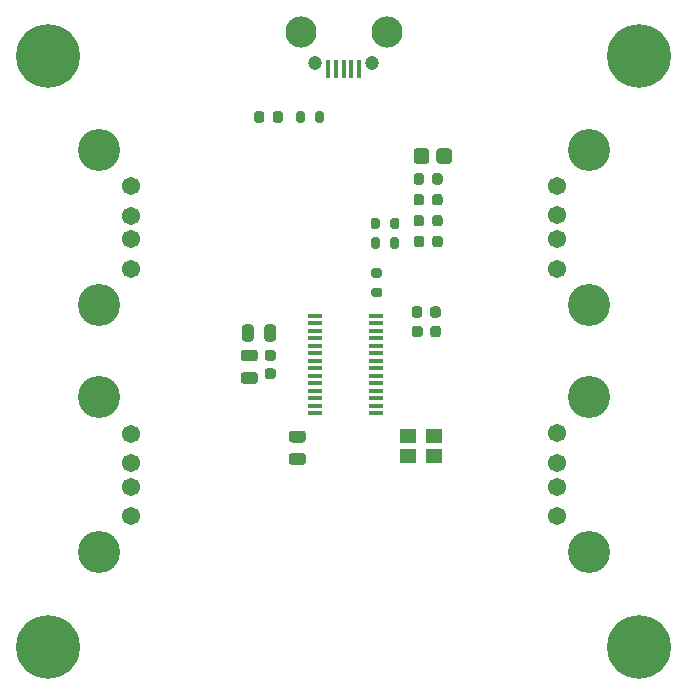
<source format=gbr>
%TF.GenerationSoftware,KiCad,Pcbnew,(5.1.10)-1*%
%TF.CreationDate,2021-08-09T12:49:03+02:00*%
%TF.ProjectId,hub,6875622e-6b69-4636-9164-5f7063625858,rev?*%
%TF.SameCoordinates,Original*%
%TF.FileFunction,Soldermask,Top*%
%TF.FilePolarity,Negative*%
%FSLAX46Y46*%
G04 Gerber Fmt 4.6, Leading zero omitted, Abs format (unit mm)*
G04 Created by KiCad (PCBNEW (5.1.10)-1) date 2021-08-09 12:49:03*
%MOMM*%
%LPD*%
G01*
G04 APERTURE LIST*
%ADD10C,0.800000*%
%ADD11C,5.400000*%
%ADD12C,3.570000*%
%ADD13C,1.545000*%
%ADD14R,1.400000X1.200000*%
%ADD15R,0.400000X1.600000*%
%ADD16C,2.640000*%
%ADD17C,1.200000*%
%ADD18R,1.200000X0.400000*%
G04 APERTURE END LIST*
D10*
%TO.C,H4*%
X190788891Y-53305109D03*
X189357000Y-52712000D03*
X187925109Y-53305109D03*
X187332000Y-54737000D03*
X187925109Y-56168891D03*
X189357000Y-56762000D03*
X190788891Y-56168891D03*
X191382000Y-54737000D03*
D11*
X189357000Y-54737000D03*
%TD*%
D10*
%TO.C,H3*%
X140750891Y-53305109D03*
X139319000Y-52712000D03*
X137887109Y-53305109D03*
X137294000Y-54737000D03*
X137887109Y-56168891D03*
X139319000Y-56762000D03*
X140750891Y-56168891D03*
X141344000Y-54737000D03*
D11*
X139319000Y-54737000D03*
%TD*%
D10*
%TO.C,H2*%
X140750891Y-103343109D03*
X139319000Y-102750000D03*
X137887109Y-103343109D03*
X137294000Y-104775000D03*
X137887109Y-106206891D03*
X139319000Y-106800000D03*
X140750891Y-106206891D03*
X141344000Y-104775000D03*
D11*
X139319000Y-104775000D03*
%TD*%
D10*
%TO.C,H1*%
X190788891Y-103343109D03*
X189357000Y-102750000D03*
X187925109Y-103343109D03*
X187332000Y-104775000D03*
X187925109Y-106206891D03*
X189357000Y-106800000D03*
X190788891Y-106206891D03*
X191382000Y-104775000D03*
D11*
X189357000Y-104775000D03*
%TD*%
D12*
%TO.C,J5*%
X185082000Y-62701000D03*
X185082000Y-75841000D03*
D13*
X182372000Y-65771000D03*
X182372000Y-68271000D03*
X182372000Y-70271000D03*
X182372000Y-72771000D03*
%TD*%
D12*
%TO.C,J4*%
X185082000Y-83656000D03*
X185082000Y-96796000D03*
D13*
X182372000Y-86726000D03*
X182372000Y-89226000D03*
X182372000Y-91226000D03*
X182372000Y-93726000D03*
%TD*%
D12*
%TO.C,J3*%
X143594000Y-96811000D03*
X143594000Y-83671000D03*
D13*
X146304000Y-93741000D03*
X146304000Y-91241000D03*
X146304000Y-89241000D03*
X146304000Y-86741000D03*
%TD*%
D12*
%TO.C,J2*%
X143594000Y-75856000D03*
X143594000Y-62716000D03*
D13*
X146304000Y-72786000D03*
X146304000Y-70286000D03*
X146304000Y-68286000D03*
X146304000Y-65786000D03*
%TD*%
D14*
%TO.C,Y1*%
X171999000Y-88646000D03*
X169799000Y-88646000D03*
X169799000Y-86946000D03*
X171999000Y-86946000D03*
%TD*%
%TO.C,R4*%
G36*
G01*
X168256000Y-70887000D02*
X168256000Y-70337000D01*
G75*
G02*
X168456000Y-70137000I200000J0D01*
G01*
X168856000Y-70137000D01*
G75*
G02*
X169056000Y-70337000I0J-200000D01*
G01*
X169056000Y-70887000D01*
G75*
G02*
X168856000Y-71087000I-200000J0D01*
G01*
X168456000Y-71087000D01*
G75*
G02*
X168256000Y-70887000I0J200000D01*
G01*
G37*
G36*
G01*
X166606000Y-70887000D02*
X166606000Y-70337000D01*
G75*
G02*
X166806000Y-70137000I200000J0D01*
G01*
X167206000Y-70137000D01*
G75*
G02*
X167406000Y-70337000I0J-200000D01*
G01*
X167406000Y-70887000D01*
G75*
G02*
X167206000Y-71087000I-200000J0D01*
G01*
X166806000Y-71087000D01*
G75*
G02*
X166606000Y-70887000I0J200000D01*
G01*
G37*
%TD*%
%TO.C,R3*%
G36*
G01*
X168255000Y-69236000D02*
X168255000Y-68686000D01*
G75*
G02*
X168455000Y-68486000I200000J0D01*
G01*
X168855000Y-68486000D01*
G75*
G02*
X169055000Y-68686000I0J-200000D01*
G01*
X169055000Y-69236000D01*
G75*
G02*
X168855000Y-69436000I-200000J0D01*
G01*
X168455000Y-69436000D01*
G75*
G02*
X168255000Y-69236000I0J200000D01*
G01*
G37*
G36*
G01*
X166605000Y-69236000D02*
X166605000Y-68686000D01*
G75*
G02*
X166805000Y-68486000I200000J0D01*
G01*
X167205000Y-68486000D01*
G75*
G02*
X167405000Y-68686000I0J-200000D01*
G01*
X167405000Y-69236000D01*
G75*
G02*
X167205000Y-69436000I-200000J0D01*
G01*
X166805000Y-69436000D01*
G75*
G02*
X166605000Y-69236000I0J200000D01*
G01*
G37*
%TD*%
%TO.C,R2*%
G36*
G01*
X166857000Y-74403000D02*
X167407000Y-74403000D01*
G75*
G02*
X167607000Y-74603000I0J-200000D01*
G01*
X167607000Y-75003000D01*
G75*
G02*
X167407000Y-75203000I-200000J0D01*
G01*
X166857000Y-75203000D01*
G75*
G02*
X166657000Y-75003000I0J200000D01*
G01*
X166657000Y-74603000D01*
G75*
G02*
X166857000Y-74403000I200000J0D01*
G01*
G37*
G36*
G01*
X166857000Y-72753000D02*
X167407000Y-72753000D01*
G75*
G02*
X167607000Y-72953000I0J-200000D01*
G01*
X167607000Y-73353000D01*
G75*
G02*
X167407000Y-73553000I-200000J0D01*
G01*
X166857000Y-73553000D01*
G75*
G02*
X166657000Y-73353000I0J200000D01*
G01*
X166657000Y-72953000D01*
G75*
G02*
X166857000Y-72753000I200000J0D01*
G01*
G37*
%TD*%
%TO.C,R1*%
G36*
G01*
X161055000Y-59669000D02*
X161055000Y-60219000D01*
G75*
G02*
X160855000Y-60419000I-200000J0D01*
G01*
X160455000Y-60419000D01*
G75*
G02*
X160255000Y-60219000I0J200000D01*
G01*
X160255000Y-59669000D01*
G75*
G02*
X160455000Y-59469000I200000J0D01*
G01*
X160855000Y-59469000D01*
G75*
G02*
X161055000Y-59669000I0J-200000D01*
G01*
G37*
G36*
G01*
X162705000Y-59669000D02*
X162705000Y-60219000D01*
G75*
G02*
X162505000Y-60419000I-200000J0D01*
G01*
X162105000Y-60419000D01*
G75*
G02*
X161905000Y-60219000I0J200000D01*
G01*
X161905000Y-59669000D01*
G75*
G02*
X162105000Y-59469000I200000J0D01*
G01*
X162505000Y-59469000D01*
G75*
G02*
X162705000Y-59669000I0J-200000D01*
G01*
G37*
%TD*%
D15*
%TO.C,J1*%
X165638000Y-55905000D03*
X164988000Y-55905000D03*
X164338000Y-55905000D03*
X163688000Y-55905000D03*
X163038000Y-55905000D03*
D16*
X160713000Y-52705000D03*
X167963000Y-52705000D03*
D17*
X161913000Y-55385000D03*
X166763000Y-55385000D03*
%TD*%
%TO.C,D6*%
G36*
G01*
X172175500Y-63646000D02*
X172175500Y-62846000D01*
G75*
G02*
X172425500Y-62596000I250000J0D01*
G01*
X173250500Y-62596000D01*
G75*
G02*
X173500500Y-62846000I0J-250000D01*
G01*
X173500500Y-63646000D01*
G75*
G02*
X173250500Y-63896000I-250000J0D01*
G01*
X172425500Y-63896000D01*
G75*
G02*
X172175500Y-63646000I0J250000D01*
G01*
G37*
G36*
G01*
X170250500Y-63646000D02*
X170250500Y-62846000D01*
G75*
G02*
X170500500Y-62596000I250000J0D01*
G01*
X171325500Y-62596000D01*
G75*
G02*
X171575500Y-62846000I0J-250000D01*
G01*
X171575500Y-63646000D01*
G75*
G02*
X171325500Y-63896000I-250000J0D01*
G01*
X170500500Y-63896000D01*
G75*
G02*
X170250500Y-63646000I0J250000D01*
G01*
G37*
%TD*%
%TO.C,D5*%
G36*
G01*
X171825500Y-70741250D02*
X171825500Y-70228750D01*
G75*
G02*
X172044250Y-70010000I218750J0D01*
G01*
X172481750Y-70010000D01*
G75*
G02*
X172700500Y-70228750I0J-218750D01*
G01*
X172700500Y-70741250D01*
G75*
G02*
X172481750Y-70960000I-218750J0D01*
G01*
X172044250Y-70960000D01*
G75*
G02*
X171825500Y-70741250I0J218750D01*
G01*
G37*
G36*
G01*
X170250500Y-70741250D02*
X170250500Y-70228750D01*
G75*
G02*
X170469250Y-70010000I218750J0D01*
G01*
X170906750Y-70010000D01*
G75*
G02*
X171125500Y-70228750I0J-218750D01*
G01*
X171125500Y-70741250D01*
G75*
G02*
X170906750Y-70960000I-218750J0D01*
G01*
X170469250Y-70960000D01*
G75*
G02*
X170250500Y-70741250I0J218750D01*
G01*
G37*
%TD*%
%TO.C,D4*%
G36*
G01*
X171825500Y-67209250D02*
X171825500Y-66696750D01*
G75*
G02*
X172044250Y-66478000I218750J0D01*
G01*
X172481750Y-66478000D01*
G75*
G02*
X172700500Y-66696750I0J-218750D01*
G01*
X172700500Y-67209250D01*
G75*
G02*
X172481750Y-67428000I-218750J0D01*
G01*
X172044250Y-67428000D01*
G75*
G02*
X171825500Y-67209250I0J218750D01*
G01*
G37*
G36*
G01*
X170250500Y-67209250D02*
X170250500Y-66696750D01*
G75*
G02*
X170469250Y-66478000I218750J0D01*
G01*
X170906750Y-66478000D01*
G75*
G02*
X171125500Y-66696750I0J-218750D01*
G01*
X171125500Y-67209250D01*
G75*
G02*
X170906750Y-67428000I-218750J0D01*
G01*
X170469250Y-67428000D01*
G75*
G02*
X170250500Y-67209250I0J218750D01*
G01*
G37*
%TD*%
%TO.C,D3*%
G36*
G01*
X171825500Y-68975250D02*
X171825500Y-68462750D01*
G75*
G02*
X172044250Y-68244000I218750J0D01*
G01*
X172481750Y-68244000D01*
G75*
G02*
X172700500Y-68462750I0J-218750D01*
G01*
X172700500Y-68975250D01*
G75*
G02*
X172481750Y-69194000I-218750J0D01*
G01*
X172044250Y-69194000D01*
G75*
G02*
X171825500Y-68975250I0J218750D01*
G01*
G37*
G36*
G01*
X170250500Y-68975250D02*
X170250500Y-68462750D01*
G75*
G02*
X170469250Y-68244000I218750J0D01*
G01*
X170906750Y-68244000D01*
G75*
G02*
X171125500Y-68462750I0J-218750D01*
G01*
X171125500Y-68975250D01*
G75*
G02*
X170906750Y-69194000I-218750J0D01*
G01*
X170469250Y-69194000D01*
G75*
G02*
X170250500Y-68975250I0J218750D01*
G01*
G37*
%TD*%
%TO.C,D2*%
G36*
G01*
X171825500Y-65443250D02*
X171825500Y-64930750D01*
G75*
G02*
X172044250Y-64712000I218750J0D01*
G01*
X172481750Y-64712000D01*
G75*
G02*
X172700500Y-64930750I0J-218750D01*
G01*
X172700500Y-65443250D01*
G75*
G02*
X172481750Y-65662000I-218750J0D01*
G01*
X172044250Y-65662000D01*
G75*
G02*
X171825500Y-65443250I0J218750D01*
G01*
G37*
G36*
G01*
X170250500Y-65443250D02*
X170250500Y-64930750D01*
G75*
G02*
X170469250Y-64712000I218750J0D01*
G01*
X170906750Y-64712000D01*
G75*
G02*
X171125500Y-64930750I0J-218750D01*
G01*
X171125500Y-65443250D01*
G75*
G02*
X170906750Y-65662000I-218750J0D01*
G01*
X170469250Y-65662000D01*
G75*
G02*
X170250500Y-65443250I0J218750D01*
G01*
G37*
%TD*%
%TO.C,D1*%
G36*
G01*
X158312500Y-60200250D02*
X158312500Y-59687750D01*
G75*
G02*
X158531250Y-59469000I218750J0D01*
G01*
X158968750Y-59469000D01*
G75*
G02*
X159187500Y-59687750I0J-218750D01*
G01*
X159187500Y-60200250D01*
G75*
G02*
X158968750Y-60419000I-218750J0D01*
G01*
X158531250Y-60419000D01*
G75*
G02*
X158312500Y-60200250I0J218750D01*
G01*
G37*
G36*
G01*
X156737500Y-60200250D02*
X156737500Y-59687750D01*
G75*
G02*
X156956250Y-59469000I218750J0D01*
G01*
X157393750Y-59469000D01*
G75*
G02*
X157612500Y-59687750I0J-218750D01*
G01*
X157612500Y-60200250D01*
G75*
G02*
X157393750Y-60419000I-218750J0D01*
G01*
X156956250Y-60419000D01*
G75*
G02*
X156737500Y-60200250I0J218750D01*
G01*
G37*
%TD*%
%TO.C,C6*%
G36*
G01*
X159926000Y-88400000D02*
X160876000Y-88400000D01*
G75*
G02*
X161126000Y-88650000I0J-250000D01*
G01*
X161126000Y-89150000D01*
G75*
G02*
X160876000Y-89400000I-250000J0D01*
G01*
X159926000Y-89400000D01*
G75*
G02*
X159676000Y-89150000I0J250000D01*
G01*
X159676000Y-88650000D01*
G75*
G02*
X159926000Y-88400000I250000J0D01*
G01*
G37*
G36*
G01*
X159926000Y-86500000D02*
X160876000Y-86500000D01*
G75*
G02*
X161126000Y-86750000I0J-250000D01*
G01*
X161126000Y-87250000D01*
G75*
G02*
X160876000Y-87500000I-250000J0D01*
G01*
X159926000Y-87500000D01*
G75*
G02*
X159676000Y-87250000I0J250000D01*
G01*
X159676000Y-86750000D01*
G75*
G02*
X159926000Y-86500000I250000J0D01*
G01*
G37*
%TD*%
%TO.C,C5*%
G36*
G01*
X171661000Y-78355000D02*
X171661000Y-77855000D01*
G75*
G02*
X171886000Y-77630000I225000J0D01*
G01*
X172336000Y-77630000D01*
G75*
G02*
X172561000Y-77855000I0J-225000D01*
G01*
X172561000Y-78355000D01*
G75*
G02*
X172336000Y-78580000I-225000J0D01*
G01*
X171886000Y-78580000D01*
G75*
G02*
X171661000Y-78355000I0J225000D01*
G01*
G37*
G36*
G01*
X170111000Y-78355000D02*
X170111000Y-77855000D01*
G75*
G02*
X170336000Y-77630000I225000J0D01*
G01*
X170786000Y-77630000D01*
G75*
G02*
X171011000Y-77855000I0J-225000D01*
G01*
X171011000Y-78355000D01*
G75*
G02*
X170786000Y-78580000I-225000J0D01*
G01*
X170336000Y-78580000D01*
G75*
G02*
X170111000Y-78355000I0J225000D01*
G01*
G37*
%TD*%
%TO.C,C4*%
G36*
G01*
X156710000Y-77757000D02*
X156710000Y-78707000D01*
G75*
G02*
X156460000Y-78957000I-250000J0D01*
G01*
X155960000Y-78957000D01*
G75*
G02*
X155710000Y-78707000I0J250000D01*
G01*
X155710000Y-77757000D01*
G75*
G02*
X155960000Y-77507000I250000J0D01*
G01*
X156460000Y-77507000D01*
G75*
G02*
X156710000Y-77757000I0J-250000D01*
G01*
G37*
G36*
G01*
X158610000Y-77757000D02*
X158610000Y-78707000D01*
G75*
G02*
X158360000Y-78957000I-250000J0D01*
G01*
X157860000Y-78957000D01*
G75*
G02*
X157610000Y-78707000I0J250000D01*
G01*
X157610000Y-77757000D01*
G75*
G02*
X157860000Y-77507000I250000J0D01*
G01*
X158360000Y-77507000D01*
G75*
G02*
X158610000Y-77757000I0J-250000D01*
G01*
G37*
%TD*%
%TO.C,C3*%
G36*
G01*
X171648000Y-76704000D02*
X171648000Y-76204000D01*
G75*
G02*
X171873000Y-75979000I225000J0D01*
G01*
X172323000Y-75979000D01*
G75*
G02*
X172548000Y-76204000I0J-225000D01*
G01*
X172548000Y-76704000D01*
G75*
G02*
X172323000Y-76929000I-225000J0D01*
G01*
X171873000Y-76929000D01*
G75*
G02*
X171648000Y-76704000I0J225000D01*
G01*
G37*
G36*
G01*
X170098000Y-76704000D02*
X170098000Y-76204000D01*
G75*
G02*
X170323000Y-75979000I225000J0D01*
G01*
X170773000Y-75979000D01*
G75*
G02*
X170998000Y-76204000I0J-225000D01*
G01*
X170998000Y-76704000D01*
G75*
G02*
X170773000Y-76929000I-225000J0D01*
G01*
X170323000Y-76929000D01*
G75*
G02*
X170098000Y-76704000I0J225000D01*
G01*
G37*
%TD*%
%TO.C,C2*%
G36*
G01*
X155862000Y-81537000D02*
X156812000Y-81537000D01*
G75*
G02*
X157062000Y-81787000I0J-250000D01*
G01*
X157062000Y-82287000D01*
G75*
G02*
X156812000Y-82537000I-250000J0D01*
G01*
X155862000Y-82537000D01*
G75*
G02*
X155612000Y-82287000I0J250000D01*
G01*
X155612000Y-81787000D01*
G75*
G02*
X155862000Y-81537000I250000J0D01*
G01*
G37*
G36*
G01*
X155862000Y-79637000D02*
X156812000Y-79637000D01*
G75*
G02*
X157062000Y-79887000I0J-250000D01*
G01*
X157062000Y-80387000D01*
G75*
G02*
X156812000Y-80637000I-250000J0D01*
G01*
X155862000Y-80637000D01*
G75*
G02*
X155612000Y-80387000I0J250000D01*
G01*
X155612000Y-79887000D01*
G75*
G02*
X155862000Y-79637000I250000J0D01*
G01*
G37*
%TD*%
%TO.C,C1*%
G36*
G01*
X157865000Y-81224000D02*
X158365000Y-81224000D01*
G75*
G02*
X158590000Y-81449000I0J-225000D01*
G01*
X158590000Y-81899000D01*
G75*
G02*
X158365000Y-82124000I-225000J0D01*
G01*
X157865000Y-82124000D01*
G75*
G02*
X157640000Y-81899000I0J225000D01*
G01*
X157640000Y-81449000D01*
G75*
G02*
X157865000Y-81224000I225000J0D01*
G01*
G37*
G36*
G01*
X157865000Y-79674000D02*
X158365000Y-79674000D01*
G75*
G02*
X158590000Y-79899000I0J-225000D01*
G01*
X158590000Y-80349000D01*
G75*
G02*
X158365000Y-80574000I-225000J0D01*
G01*
X157865000Y-80574000D01*
G75*
G02*
X157640000Y-80349000I0J225000D01*
G01*
X157640000Y-79899000D01*
G75*
G02*
X157865000Y-79674000I225000J0D01*
G01*
G37*
%TD*%
D18*
%TO.C,U1*%
X161865000Y-85026500D03*
X161865000Y-84391500D03*
X161865000Y-83756500D03*
X161865000Y-83121500D03*
X161865000Y-82486500D03*
X161865000Y-81851500D03*
X161865000Y-81216500D03*
X161865000Y-80581500D03*
X161865000Y-79946500D03*
X161865000Y-79311500D03*
X161865000Y-78676500D03*
X161865000Y-78041500D03*
X161865000Y-77406500D03*
X161865000Y-76771500D03*
X167065000Y-76771500D03*
X167065000Y-77406500D03*
X167065000Y-78041500D03*
X167065000Y-78676500D03*
X167065000Y-79311500D03*
X167065000Y-79946500D03*
X167065000Y-80581500D03*
X167065000Y-81216500D03*
X167065000Y-81851500D03*
X167065000Y-82486500D03*
X167065000Y-83121500D03*
X167065000Y-83756500D03*
X167065000Y-84391500D03*
X167065000Y-85026500D03*
%TD*%
M02*

</source>
